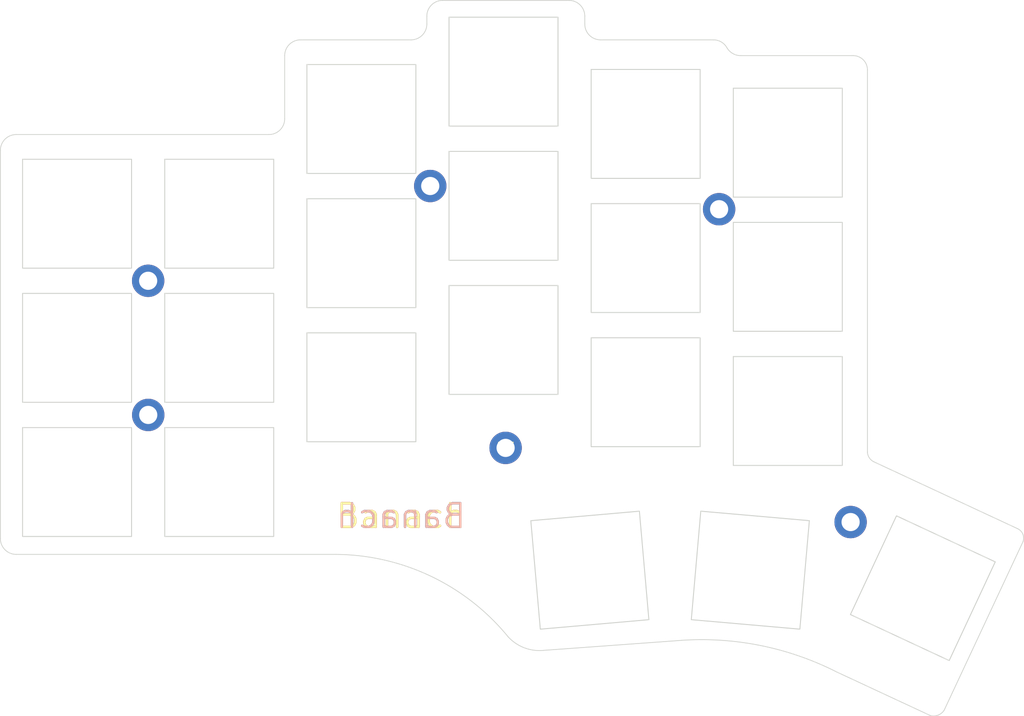
<source format=kicad_pcb>
(kicad_pcb (version 20211014) (generator pcbnew)
  (title_block (title "Corne Light") (date "2018-12-26") (rev "2.1") (company "foostan"))
  (layers (0 "F.Cu" signal) (31 "B.Cu" signal) (34 "B.Paste" user) (35 "F.Paste" user) (36 "B.SilkS" user "B.Silkscreen") (37 "F.SilkS" user "F.Silkscreen") (38 "B.Mask" user) (39 "F.Mask" user) (44 "Edge.Cuts" user))
  (net 0 "")
  (footprint "" (layer "F.Cu") (at 122.174 100.076)
    (fp_text reference "h3" (at 0 0) (layer "F.SilkS") (effects (font (size 1.27 1.27))))
    (fp_text value "h3" (at 0 0) (layer "F.SilkS") (effects (font (size 1.27 1.27))))
    (pad "" thru_hole circle (at 0 0) (size 4.1 4.1) (drill 2.3) (layers *.Cu *.Mask))
  )
  (footprint "kbd:SW_Hole_choc" (layer "F.Cu") (at 139.91 93.025)
    (fp_text reference "SW5" hide)
    (fp_text value "SW_PUSH" hide)
    (fp_rect (start -6.9 -6.9) (end 6.9 6.9) (layer "Edge.Cuts") (width 0.12) (fill none))
  )
  (footprint "kbd:SW_Hole_choc" (layer "F.Cu") (at 139.91 76.02)
    (fp_text reference "SW5" hide)
    (fp_text value "SW_PUSH" hide)
    (fp_rect (start -6.9 -6.9) (end 6.9 6.9) (layer "Edge.Cuts") (width 0.12) (fill none))
  )
  (footprint "kbd:M2_Threads_v2" (layer "F.Cu") (at 76.92 95.9)
    (fp_text reference "h2" hide)
    (fp_text value "h2" hide)
    (pad "" thru_hole circle (at 0 0) (size 4.1 4.1) (drill 2.3) (layers *.Cu *.Mask))
  )
  (footprint "kbd:SW_Hole_choc" (layer "F.Cu") (at 139.91 59.02)
    (fp_text reference "SW5" hide)
    (fp_text value "SW_PUSH" hide)
    (fp_rect (start -6.9 -6.9) (end 6.9 6.9) (layer "Edge.Cuts") (width 0.12) (fill none))
  )
  (footprint "kbd:SW_Hole_choc" (layer "F.Cu") (at 121.91 86.4)
    (fp_text reference "SW5" hide)
    (fp_text value "SW_PUSH" hide)
    (fp_rect (start -6.9 -6.9) (end 6.9 6.9) (layer "Edge.Cuts") (width 0.12) (fill none))
  )
  (footprint "kbd:SW_Hole_choc" (layer "F.Cu") (at 67.91 70.4)
    (fp_text reference "SW5" hide)
    (fp_text value "SW_PUSH" hide)
    (fp_rect (start -6.9 -6.9) (end 6.9 6.9) (layer "Edge.Cuts") (width 0.12) (fill none))
  )
  (footprint "kbd:SW_Hole_choc" (layer "F.Cu") (at 157.91 61.4)
    (fp_text reference "SW5" hide)
    (fp_text value "SW_PUSH" hide)
    (fp_rect (start -6.9 -6.9) (end 6.9 6.9) (layer "Edge.Cuts") (width 0.12) (fill none))
  )
  (footprint "kbd:SW_Hole_choc" (layer "F.Cu") (at 175.006 117.856 65)
    (fp_text reference "SW5" hide)
    (fp_text value "SW_PUSH" hide)
    (fp_rect (start -6.9 -6.9) (end 6.9 6.9) (layer "Edge.Cuts") (width 0.12) (fill none))
  )
  (footprint "kbd:SW_Hole_choc" (layer "F.Cu") (at 67.91 87.4)
    (fp_text reference "SW5" hide)
    (fp_text value "SW_PUSH" hide)
    (fp_rect (start -6.9 -6.9) (end 6.9 6.9) (layer "Edge.Cuts") (width 0.12) (fill none))
  )
  (footprint "kbd:SW_Hole_choc" (layer "F.Cu") (at 103.91 58.4)
    (fp_text reference "SW5" hide)
    (fp_text value "SW_PUSH" hide)
    (fp_rect (start -6.9 -6.9) (end 6.9 6.9) (layer "Edge.Cuts") (width 0.12) (fill none))
  )
  (footprint "kbd:SW_Hole_choc" (layer "F.Cu") (at 85.91 70.4)
    (fp_text reference "SW5" hide)
    (fp_text value "SW_PUSH" hide)
    (fp_rect (start -6.9 -6.9) (end 6.9 6.9) (layer "Edge.Cuts") (width 0.12) (fill none))
  )
  (footprint "kbd:SW_Hole_choc" (layer "F.Cu") (at 132.842 115.57 5)
    (fp_text reference "SW5" hide)
    (fp_text value "SW_PUSH" hide)
    (fp_rect (start -6.9 -6.9) (end 6.9 6.9) (layer "Edge.Cuts") (width 0.12) (fill none))
  )
  (footprint "kbd:SW_Hole_choc" (layer "F.Cu") (at 67.91 104.4)
    (fp_text reference "SW5" hide)
    (fp_text value "SW_PUSH" hide)
    (fp_rect (start -6.9 -6.9) (end 6.9 6.9) (layer "Edge.Cuts") (width 0.12) (fill none))
  )
  (footprint "kbd:M2_Threads_v2" (layer "F.Cu") (at 149.21 69.83)
    (fp_text reference "h5" hide)
    (fp_text value "h5" hide)
    (pad "" thru_hole circle (at 0 0) (size 4.1 4.1) (drill 2.3) (layers *.Cu *.Mask))
  )
  (footprint "kbd:SW_Hole_choc" (layer "F.Cu") (at 103.91 92.4)
    (fp_text reference "SW5" hide)
    (fp_text value "SW_PUSH" hide)
    (fp_rect (start -6.9 -6.9) (end 6.9 6.9) (layer "Edge.Cuts") (width 0.12) (fill none))
  )
  (footprint "kbd:M2_Threads_v2" (layer "F.Cu") (at 112.63 66.89)
    (fp_text reference "h6" hide)
    (fp_text value "h6" hide)
    (pad "" thru_hole circle (at 0 0) (size 4.1 4.1) (drill 2.3) (layers *.Cu *.Mask))
  )
  (footprint "kbd:M2_Threads_v2" (layer "F.Cu") (at 165.862 109.474)
    (fp_text reference "h4" hide)
    (fp_text value "h4" hide)
    (pad "" thru_hole circle (at 0 0) (size 4.1 4.1) (drill 2.3) (layers *.Cu *.Mask))
  )
  (footprint "kbd:SW_Hole_choc" (layer "F.Cu") (at 153.162 115.57 -5)
    (fp_text reference "SW5" hide)
    (fp_text value "SW_PUSH" hide)
    (fp_rect (start -6.9 -6.9) (end 6.9 6.9) (layer "Edge.Cuts") (width 0.12) (fill none))
  )
  (footprint "kbd:SW_Hole_choc" (layer "F.Cu") (at 121.91 52.4)
    (fp_text reference "SW5" hide)
    (fp_text value "SW_PUSH" hide)
    (fp_rect (start -6.9 -6.9) (end 6.9 6.9) (layer "Edge.Cuts") (width 0.12) (fill none))
  )
  (footprint "kbd:SW_Hole_choc" (layer "F.Cu") (at 121.91 69.4)
    (fp_text reference "SW5" hide)
    (fp_text value "SW_PUSH" hide)
    (fp_rect (start -6.9 -6.9) (end 6.9 6.9) (layer "Edge.Cuts") (width 0.12) (fill none))
  )
  (footprint "kbd:SW_Hole_choc" (layer "F.Cu") (at 157.91 78.4)
    (fp_text reference "SW5" hide)
    (fp_text value "SW_PUSH" hide)
    (fp_rect (start -6.9 -6.9) (end 6.9 6.9) (layer "Edge.Cuts") (width 0.12) (fill none))
  )
  (footprint "kbd:M2_Threads_v2" (layer "F.Cu") (at 76.91 78.9)
    (fp_text reference "h1" hide)
    (fp_text value "h1" hide)
    (pad "" thru_hole circle (at 0 0) (size 4.1 4.1) (drill 2.3) (layers *.Cu *.Mask))
  )
  (footprint "kbd:SW_Hole_choc" (layer "F.Cu") (at 85.91 87.4)
    (fp_text reference "SW5" hide)
    (fp_text value "SW_PUSH" hide)
    (fp_rect (start -6.9 -6.9) (end 6.9 6.9) (layer "Edge.Cuts") (width 0.12) (fill none))
  )
  (footprint "kbd:SW_Hole_choc" (layer "F.Cu") (at 157.91 95.4)
    (fp_text reference "SW5" hide)
    (fp_text value "SW_PUSH" hide)
    (fp_rect (start -6.9 -6.9) (end 6.9 6.9) (layer "Edge.Cuts") (width 0.12) (fill none))
  )
  (footprint "kbd:SW_Hole_choc" (layer "F.Cu") (at 103.91 75.4)
    (fp_text reference "SW5" hide)
    (fp_text value "SW_PUSH" hide)
    (fp_rect (start -6.9 -6.9) (end 6.9 6.9) (layer "Edge.Cuts") (width 0.12) (fill none))
  )
  (footprint "kbd:SW_Hole_choc" (layer "F.Cu") (at 85.91 104.4)
    (fp_text reference "SW5" hide)
    (fp_text value "SW_PUSH" hide)
    (fp_rect (start -6.9 -6.9) (end 6.9 6.9) (layer "Edge.Cuts") (width 0.12) (fill none))
  )
  (gr_line (start 187 110.31) (end 168.79 101.83) (layer "Edge.Cuts") (width 0.1))
  (gr_line (start 144.46 124.46) (end 127 125.73) (layer "Edge.Cuts") (width 0.1))
  (gr_line (start 132.2 46.37) (end 132.2 45.37) (layer "Edge.Cuts") (width 0.1))
  (gr_arc (start 94.2 50.37) (mid 94.785786 48.955786) (end 96.2 48.37) (layer "Edge.Cuts") (width 0.1))
  (gr_arc (start 166.19 50.37) (mid 167.46279 50.89721) (end 167.99 52.17) (layer "Edge.Cuts") (width 0.1))
  (gr_line (start 167.99 100.61) (end 167.99 52.17) (layer "Edge.Cuts") (width 0.1))
  (gr_arc (start 144.46 124.46) (mid 154.54008 125.135261) (end 164.08 128.46) (layer "Edge.Cuts") (width 0.1))
  (gr_arc (start 127 125.73) (mid 124.548177 125.406113) (end 122.5 124.02) (layer "Edge.Cuts") (width 0.1))
  (gr_arc (start 130.2 43.37) (mid 131.614214 43.955786) (end 132.2 45.37) (layer "Edge.Cuts") (width 0.1))
  (gr_line (start 58.2 62.37) (end 58.2 111.57) (layer "Edge.Cuts") (width 0.1))
  (gr_arc (start 112.2 45.37) (mid 112.785786 43.955786) (end 114.2 43.37) (layer "Edge.Cuts") (width 0.1))
  (gr_arc (start 94.2 58.37) (mid 93.614214 59.784214) (end 92.2 60.37) (layer "Edge.Cuts") (width 0.1))
  (gr_arc (start 177.7 133.33) (mid 176.950025 133.934107) (end 175.99 134.01) (layer "Edge.Cuts") (width 0.1))
  (gr_line (start 130.2 43.37) (end 114.2 43.37) (layer "Edge.Cuts") (width 0.1))
  (gr_line (start 94.2 50.37) (end 94.2 58.37) (layer "Edge.Cuts") (width 0.1))
  (gr_line (start 166.19 50.37) (end 151.950002 50.369998) (layer "Edge.Cuts") (width 0.1))
  (gr_arc (start 100.7 113.57) (mid 112.765926 116.362734) (end 122.5 124.02) (layer "Edge.Cuts") (width 0.1))
  (gr_arc (start 134.2 48.37) (mid 132.785786 47.784214) (end 132.2 46.37) (layer "Edge.Cuts") (width 0.1))
  (gr_line (start 177.7 133.33) (end 187.68 111.98) (layer "Edge.Cuts") (width 0.1))
  (gr_arc (start 187 110.31) (mid 187.672665 111.009543) (end 187.68 111.98) (layer "Edge.Cuts") (width 0.1))
  (gr_arc (start 151.950002 50.369998) (mid 150.942226 50.102364) (end 150.2 49.37) (layer "Edge.Cuts") (width 0.1))
  (gr_line (start 148.5 48.37) (end 134.2 48.37) (layer "Edge.Cuts") (width 0.1))
  (gr_arc (start 112.2 46.37) (mid 111.614214 47.784214) (end 110.2 48.37) (layer "Edge.Cuts") (width 0.1))
  (gr_arc (start 60.2 113.57) (mid 58.785786 112.984214) (end 58.2 111.57) (layer "Edge.Cuts") (width 0.1))
  (gr_arc (start 148.5 48.37) (mid 149.486154 48.638538) (end 150.2 49.37) (layer "Edge.Cuts") (width 0.1))
  (gr_line (start 110.2 48.37) (end 96.2 48.37) (layer "Edge.Cuts") (width 0.1))
  (gr_arc (start 58.2 62.37) (mid 58.785786 60.955786) (end 60.2 60.37) (layer "Edge.Cuts") (width 0.1))
  (gr_line (start 164.08 128.46) (end 175.99 134.01) (layer "Edge.Cuts") (width 0.1))
  (gr_arc (start 168.79 101.83) (mid 168.225915 101.327597) (end 167.99 100.61) (layer "Edge.Cuts") (width 0.1))
  (gr_line (start 60.2 113.57) (end 100.7 113.57) (layer "Edge.Cuts") (width 0.1))
  (gr_line (start 92.2 60.37) (end 60.2 60.37) (layer "Edge.Cuts") (width 0.1))
  (gr_line (start 112.2 45.37) (end 112.2 46.37) (layer "Edge.Cuts") (width 0.1))
  (gr_text "Banach" (at 117.348 108.712) (layer "F.Cu") (effects (font (size 3 3) (thickness 0.3)) (justify right)))
  (gr_text "Banach" (at 117.348 108.712) (layer "B.Cu") (effects (font (size 3 3) (thickness 0.3)) (justify left mirror)))
  (gr_text "Banach" (at 117.348 108.712) (layer "B.SilkS") (effects (font (size 3 3) (thickness 0.3)) (justify left mirror)))
  (gr_text "Banach" (at 117.348 108.712) (layer "F.SilkS") (effects (font (size 3 3) (thickness 0.3)) (justify right)))
)
</source>
